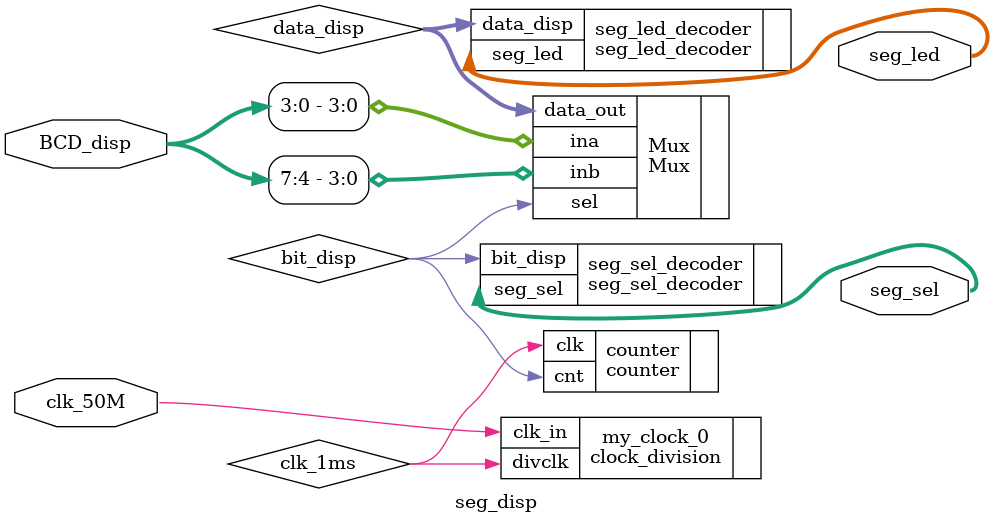
<source format=v>
module seg_disp(clk_50M,BCD_disp,seg_sel,seg_led);
    input clk_50M;
    input [7:0] BCD_disp;
    output [5:0] seg_sel;
    output [7:0] seg_led;
    //Àý»¯Ê±ÖÓ·ÖÆµÄ£¿é,µÃµ½ÖÜÆÚÎª1msµÄÊ±ÖÓ
    wire clk_1ms;
    clock_division #(
        .DIVCLK_CNTMAX(24_999)
    )
    my_clock_0(
        .clk_in(clk_50M),
        .divclk(clk_1ms)
    );
    //Àý»¯¼ÆÊýÆ÷Ä£¿é
    wire bit_disp;
    counter counter(
        .clk(clk_1ms),
        .cnt(bit_disp)
    );
    //Àý»¯¶àÂ·¸´ÓÃÆ÷Ä£¿é
    wire [3:0] data_disp;
    Mux Mux(
        .sel(bit_disp),
        .ina(BCD_disp[3:0]),
        .inb(BCD_disp[7:4]),
        .data_out(data_disp)
    );
    //Àý»¯ÊýÂë¹ÜÎ»Ñ¡ÒëÂëÄ£¿é
    seg_sel_decoder seg_sel_decoder(
        .bit_disp(bit_disp),
        .seg_sel(seg_sel)
    );
    //Àý»¯ÊýÂë¹Ü¶ÎÂëÒëÂëÄ£¿é
    seg_led_decoder seg_led_decoder(
        .data_disp(data_disp),
        .seg_led(seg_led)
    );
endmodule
</source>
